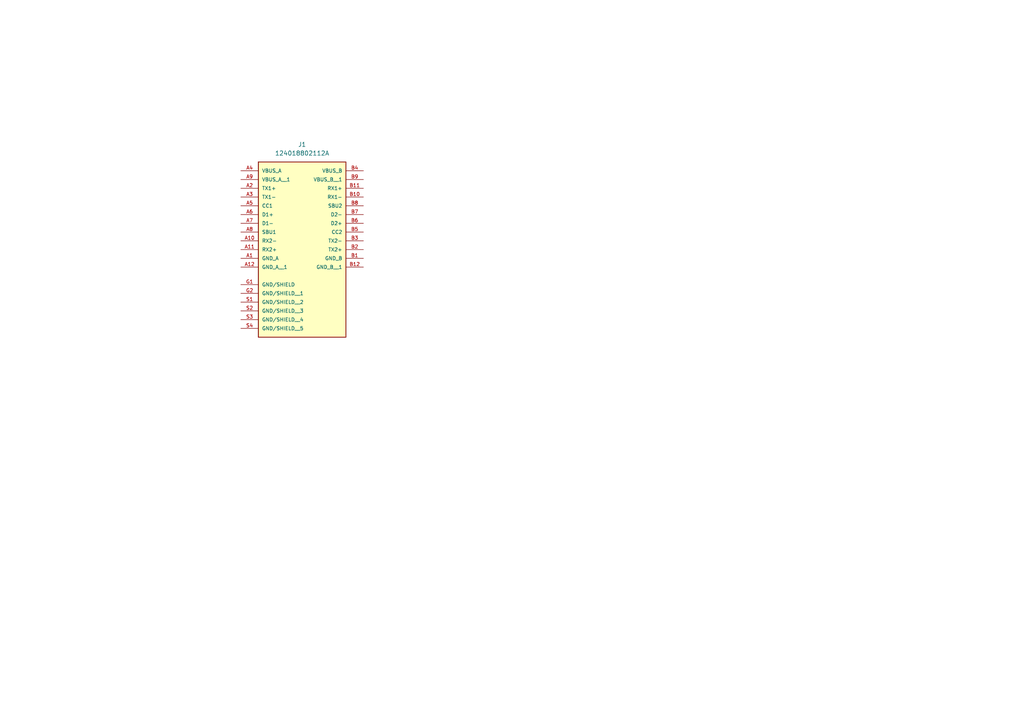
<source format=kicad_sch>
(kicad_sch (version 20230121) (generator eeschema)
  (paper "A4")
  (lib_symbols
    (symbol "USB:124018802112A" (pin_names (offset 1.016))
      (property "Reference" "J" (at -12.7 16.002 0))
      (property "Value" "124018802112A" (at -12.7 -36.322 0))
      (symbol "124018802112A_0_0"
        (rectangle (start -12.7 -35.56) (end 12.7 15.24) (stroke (width 0.254)) (fill (type background)))
        (pin power_in line (at -17.78 -12.7 0) (length 5.08) (name "GND_A") (number "A1"))
        (pin bidirectional line (at -17.78 -7.62 0) (length 5.08) (name "RX2-") (number "A10"))
        (pin bidirectional line (at -17.78 -10.16 0) (length 5.08) (name "RX2+") (number "A11"))
        (pin power_in line (at -17.78 -15.24 0) (length 5.08) (name "GND_A__1") (number "A12"))
        (pin bidirectional line (at -17.78 7.62 0) (length 5.08) (name "TX1+") (number "A2"))
        (pin bidirectional line (at -17.78 5.08 0) (length 5.08) (name "TX1-") (number "A3"))
        (pin power_in line (at -17.78 12.7 0) (length 5.08) (name "VBUS_A") (number "A4"))
        (pin bidirectional line (at -17.78 2.54 0) (length 5.08) (name "CC1") (number "A5"))
        (pin bidirectional line (at -17.78 0 0) (length 5.08) (name "D1+") (number "A6"))
        (pin bidirectional line (at -17.78 -2.54 0) (length 5.08) (name "D1-") (number "A7"))
        (pin bidirectional line (at -17.78 -5.08 0) (length 5.08) (name "SBU1") (number "A8"))
        (pin power_in line (at -17.78 10.16 0) (length 5.08) (name "VBUS_A__1") (number "A9"))
        (pin power_in line (at 17.78 -12.7 180) (length 5.08) (name "GND_B") (number "B1"))
        (pin bidirectional line (at 17.78 5.08 180) (length 5.08) (name "RX1-") (number "B10"))
        (pin bidirectional line (at 17.78 7.62 180) (length 5.08) (name "RX1+") (number "B11"))
        (pin power_in line (at 17.78 -15.24 180) (length 5.08) (name "GND_B__1") (number "B12"))
        (pin bidirectional line (at 17.78 -10.16 180) (length 5.08) (name "TX2+") (number "B2"))
        (pin bidirectional line (at 17.78 -7.62 180) (length 5.08) (name "TX2-") (number "B3"))
        (pin power_in line (at 17.78 12.7 180) (length 5.08) (name "VBUS_B") (number "B4"))
        (pin bidirectional line (at 17.78 -5.08 180) (length 5.08) (name "CC2") (number "B5"))
        (pin bidirectional line (at 17.78 -2.54 180) (length 5.08) (name "D2+") (number "B6"))
        (pin bidirectional line (at 17.78 0 180) (length 5.08) (name "D2-") (number "B7"))
        (pin bidirectional line (at 17.78 2.54 180) (length 5.08) (name "SBU2") (number "B8"))
        (pin power_in line (at 17.78 10.16 180) (length 5.08) (name "VBUS_B__1") (number "B9"))
        (pin power_in line (at -17.78 -20.32 0) (length 5.08) (name "GND/SHIELD") (number "G1"))
        (pin power_in line (at -17.78 -22.86 0) (length 5.08) (name "GND/SHIELD__1") (number "G2"))
        (pin power_in line (at -17.78 -25.4 0) (length 5.08) (name "GND/SHIELD__2") (number "S1"))
        (pin power_in line (at -17.78 -27.94 0) (length 5.08) (name "GND/SHIELD__3") (number "S2"))
        (pin power_in line (at -17.78 -30.48 0) (length 5.08) (name "GND/SHIELD__4") (number "S3"))
        (pin power_in line (at -17.78 -33.02 0) (length 5.08) (name "GND/SHIELD__5") (number "S4"))
      )
    )
  )
  (symbol (lib_id "USB:124018802112A") (at 87.63 62.23 0) (unit 1)
    (property "Reference" "J1" (at 87.63 41.91 0))
    (property "Value" "124018802112A" (at 87.63 44.45 0))
    (property "Footprint" "Connector_Amphenol:AMPHENOL_124018802112A" (effects hide))
    (property "PARTREV" "5" (effects hide))
    (property "STANDARD" "Manufacturer Recommendations" (effects hide))
    (property "SNAPEDA_PN" "124018802112A" (effects hide))
    (property "MAXIMUM_PACKAGE_HEIGHT" "3.13mm" (effects hide))
    (property "MANUFACTURER" "Amphenol ICC" (effects hide))
  )
)
</source>
